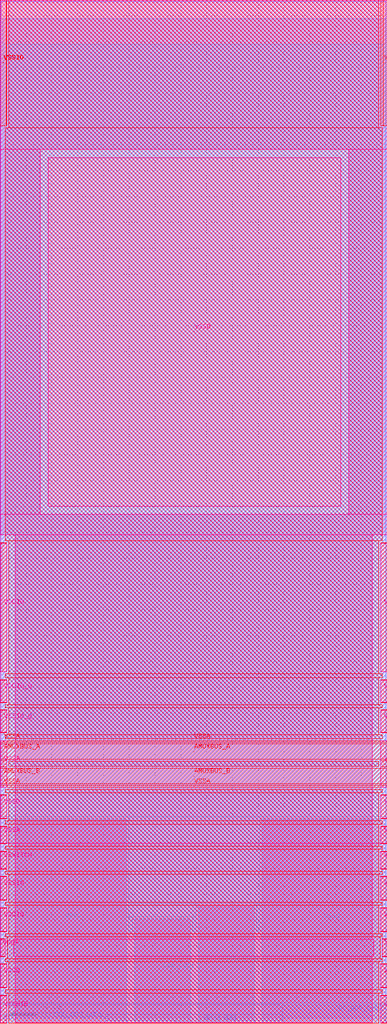
<source format=lef>
VERSION 5.7 ;
  NOWIREEXTENSIONATPIN ON ;
  DIVIDERCHAR "/" ;
  BUSBITCHARS "[]" ;
MACRO sky130_ef_io__vssd_lvc_pad
  CLASS PAD POWER ;
  FOREIGN sky130_ef_io__vssd_lvc_pad ;
  ORIGIN 0.000 0.000 ;
  SIZE 75.000 BY 197.965 ;
  PIN AMUXBUS_A
    DIRECTION INOUT ;
    USE SIGNAL ;
    PORT
      LAYER met4 ;
        RECT 0.000 51.090 75.000 54.070 ;
    END
    PORT
      LAYER met4 ;
        RECT 0.000 51.090 1.270 54.070 ;
    END
  END AMUXBUS_A
  PIN AMUXBUS_B
    DIRECTION INOUT ;
    USE SIGNAL ;
    PORT
      LAYER met4 ;
        RECT 0.000 46.330 75.000 49.310 ;
    END
    PORT
      LAYER met4 ;
        RECT 0.000 46.330 1.270 49.310 ;
    END
  END AMUXBUS_B
  PIN DRN_LVC1
    DIRECTION INOUT ;
    USE POWER ;
    PORT
      LAYER met3 ;
        RECT 26.000 -0.035 36.880 20.185 ;
    END
  END DRN_LVC1
  PIN DRN_LVC2
    DIRECTION INOUT ;
    USE POWER ;
    PORT
      LAYER met3 ;
        RECT 38.380 -0.035 49.255 22.865 ;
    END
  END DRN_LVC2
  PIN SRC_BDY_LVC1
    DIRECTION INOUT ;
    USE GROUND ;
    PORT
      LAYER met2 ;
        RECT 0.500 -0.035 20.495 1.450 ;
    END
  END SRC_BDY_LVC1
  PIN SRC_BDY_LVC2
    DIRECTION INOUT ;
    USE GROUND ;
    PORT
      LAYER met2 ;
        RECT 54.715 -0.035 74.700 3.625 ;
    END
  END SRC_BDY_LVC2
  PIN BDY2_B2B
    DIRECTION INOUT ;
    USE GROUND ;
    PORT
      LAYER met2 ;
        RECT 34.440 -0.035 44.440 0.290 ;
    END
  END BDY2_B2B
  PIN VSSA
    DIRECTION INOUT ;
    USE GROUND ;
    PORT
      LAYER met5 ;
        RECT 73.730 45.700 75.000 54.700 ;
    END
    PORT
      LAYER met5 ;
        RECT 73.730 34.805 75.000 38.050 ;
    END
    PORT
      LAYER met5 ;
        RECT 0.000 45.700 1.270 54.700 ;
    END
    PORT
      LAYER met5 ;
        RECT 0.000 34.805 1.270 38.050 ;
    END
    PORT
      LAYER met4 ;
        RECT 73.730 49.610 75.000 50.790 ;
    END
    PORT
      LAYER met4 ;
        RECT 0.000 54.370 75.000 54.700 ;
    END
    PORT
      LAYER met4 ;
        RECT 0.000 45.700 75.000 46.030 ;
    END
    PORT
      LAYER met4 ;
        RECT 73.730 34.700 75.000 38.150 ;
    END
    PORT
      LAYER met4 ;
        RECT 0.000 45.700 1.270 46.030 ;
    END
    PORT
      LAYER met4 ;
        RECT 0.000 49.610 1.270 50.790 ;
    END
    PORT
      LAYER met4 ;
        RECT 0.000 54.370 1.270 54.700 ;
    END
    PORT
      LAYER met4 ;
        RECT 0.000 34.700 1.270 38.150 ;
    END
  END VSSA
  PIN VDDA
    DIRECTION INOUT ;
    USE POWER ;
    PORT
      LAYER met5 ;
        RECT 74.035 13.000 75.000 16.250 ;
    END
    PORT
      LAYER met5 ;
        RECT 0.000 13.000 0.965 16.250 ;
    END
    PORT
      LAYER met4 ;
        RECT 74.035 12.900 75.000 16.350 ;
    END
    PORT
      LAYER met4 ;
        RECT 0.000 12.900 0.965 16.350 ;
    END
  END VDDA
  PIN VSWITCH
    DIRECTION INOUT ;
    USE POWER ;
    PORT
      LAYER met5 ;
        RECT 73.730 29.950 75.000 33.200 ;
    END
    PORT
      LAYER met5 ;
        RECT 0.000 29.950 1.270 33.200 ;
    END
    PORT
      LAYER met4 ;
        RECT 73.730 29.850 75.000 33.300 ;
    END
    PORT
      LAYER met4 ;
        RECT 0.000 29.850 1.270 33.300 ;
    END
  END VSWITCH
  PIN VDDIO_Q
    DIRECTION INOUT ;
    USE POWER ;
    PORT
      LAYER met5 ;
        RECT 73.730 62.150 75.000 66.400 ;
    END
    PORT
      LAYER met5 ;
        RECT 0.000 62.150 1.270 66.400 ;
    END
    PORT
      LAYER met4 ;
        RECT 73.730 62.050 75.000 66.500 ;
    END
    PORT
      LAYER met4 ;
        RECT 0.000 62.050 1.270 66.500 ;
    END
  END VDDIO_Q
  PIN VCCHIB
    DIRECTION INOUT ;
    USE POWER ;
    PORT
      LAYER met5 ;
        RECT 73.730 0.100 75.000 5.350 ;
    END
    PORT
      LAYER met5 ;
        RECT 0.000 0.100 1.270 5.350 ;
    END
    PORT
      LAYER met4 ;
        RECT 73.730 0.000 75.000 5.450 ;
    END
    PORT
      LAYER met4 ;
        RECT 0.000 0.000 1.270 5.450 ;
    END
  END VCCHIB
  PIN VDDIO
    DIRECTION INOUT ;
    USE POWER ;
    PORT
      LAYER met5 ;
        RECT 73.730 68.000 75.000 92.950 ;
    END
    PORT
      LAYER met5 ;
        RECT 73.730 17.850 75.000 22.300 ;
    END
    PORT
      LAYER met5 ;
        RECT 0.000 68.000 1.270 92.950 ;
    END
    PORT
      LAYER met5 ;
        RECT 0.000 17.850 1.270 22.300 ;
    END
    PORT
      LAYER met4 ;
        RECT 73.730 17.750 75.000 22.400 ;
    END
    PORT
      LAYER met4 ;
        RECT 73.730 68.000 75.000 92.965 ;
    END
    PORT
      LAYER met4 ;
        RECT 0.000 17.750 1.270 22.400 ;
    END
    PORT
      LAYER met4 ;
        RECT 0.000 68.000 1.270 92.965 ;
    END
  END VDDIO
  PIN VCCD
    DIRECTION INOUT ;
    USE POWER ;
    PORT
      LAYER met5 ;
        RECT 73.730 6.950 75.000 11.400 ;
    END
    PORT
      LAYER met5 ;
        RECT 0.000 6.950 1.270 11.400 ;
    END
    PORT
      LAYER met4 ;
        RECT 73.730 6.850 75.000 11.500 ;
    END
    PORT
      LAYER met4 ;
        RECT 0.000 6.850 1.270 11.500 ;
    END
  END VCCD
  PIN VSSIO
    DIRECTION INOUT ;
    USE GROUND ;
    PORT
      LAYER met4 ;
        RECT 74.225 173.750 75.000 197.965 ;
    END
    PORT
      LAYER met4 ;
        RECT 0.000 173.750 1.205 197.965 ;
    END
    PORT
      LAYER met5 ;
        RECT 73.730 23.900 75.000 28.350 ;
    END
    PORT
      LAYER met5 ;
        RECT 0.000 23.900 1.270 28.350 ;
    END
    PORT
      LAYER met4 ;
        RECT 73.730 23.800 75.000 28.450 ;
    END
    PORT
      LAYER met4 ;
        RECT 73.730 173.750 75.000 197.965 ;
    END
    PORT
      LAYER met4 ;
        RECT 0.000 173.750 1.270 197.965 ;
    END
    PORT
      LAYER met4 ;
        RECT 0.000 23.800 1.270 28.450 ;
    END
  END VSSIO
  PIN VSSD
    DIRECTION INOUT ;
    USE GROUND ;
    PORT
      LAYER met5 ;
        RECT 9.315 100.105 65.955 167.535 ;
    END
    PORT
      LAYER met3 ;
        RECT 50.755 -0.035 74.700 39.565 ;
    END
    PORT
      LAYER met3 ;
        RECT 0.500 -0.035 24.500 39.565 ;
    END
    PORT
      LAYER met5 ;
        RECT 73.730 39.650 75.000 44.100 ;
    END
    PORT
      LAYER met5 ;
        RECT 0.000 39.650 1.270 44.100 ;
    END
    PORT
      LAYER met4 ;
        RECT 73.730 39.550 75.000 44.200 ;
    END
    PORT
      LAYER met4 ;
        RECT 0.000 39.550 1.270 44.200 ;
    END
  END VSSD
  PIN VSSIO_Q
    DIRECTION INOUT ;
    USE GROUND ;
    PORT
      LAYER met5 ;
        RECT 73.730 56.300 75.000 60.550 ;
    END
    PORT
      LAYER met5 ;
        RECT 0.000 56.300 1.270 60.550 ;
    END
    PORT
      LAYER met4 ;
        RECT 73.730 56.200 75.000 60.650 ;
    END
    PORT
      LAYER met4 ;
        RECT 0.000 56.200 1.270 60.650 ;
    END
  END VSSIO_Q
  OBS
      LAYER li1 ;
        RECT 0.240 0.985 74.755 197.745 ;
      LAYER met1 ;
        RECT 0.120 0.000 74.785 197.805 ;
        RECT 16.655 -0.035 25.635 0.000 ;
        POLYGON 25.635 0.000 25.670 0.000 25.635 -0.035 ;
        RECT 26.210 -0.035 27.700 0.000 ;
        POLYGON 28.235 0.000 28.270 0.000 28.270 -0.035 ;
        RECT 28.270 -0.035 56.565 0.000 ;
      LAYER met2 ;
        RECT 0.500 3.905 74.700 194.395 ;
        RECT 0.500 3.625 54.435 3.905 ;
        RECT 0.500 1.730 54.715 3.625 ;
        RECT 20.775 0.570 54.715 1.730 ;
        RECT 20.775 0.005 34.160 0.570 ;
        RECT 44.720 0.005 54.715 0.570 ;
        RECT 20.775 0.000 34.440 0.005 ;
        RECT 20.925 -0.035 34.440 0.000 ;
        RECT 44.440 0.000 54.715 0.005 ;
        RECT 44.440 -0.035 53.535 0.000 ;
        RECT 54.095 -0.035 54.715 0.000 ;
      LAYER met3 ;
        RECT 0.500 39.965 74.700 189.480 ;
        RECT 24.900 23.265 50.355 39.965 ;
        RECT 24.900 20.585 37.980 23.265 ;
        RECT 24.900 17.755 25.600 20.585 ;
        RECT 37.280 17.755 37.980 20.585 ;
        RECT 49.655 17.755 50.355 23.265 ;
      LAYER met4 ;
        RECT 1.670 173.350 73.330 197.965 ;
        RECT 0.965 93.365 74.035 173.350 ;
        RECT 1.670 67.600 73.330 93.365 ;
        RECT 0.965 66.900 74.035 67.600 ;
        RECT 1.670 61.650 73.330 66.900 ;
        RECT 0.965 61.050 74.035 61.650 ;
        RECT 1.670 55.800 73.330 61.050 ;
        RECT 0.965 55.100 74.035 55.800 ;
        RECT 1.670 49.710 73.330 50.690 ;
        RECT 0.965 44.600 74.035 45.300 ;
        RECT 1.670 39.150 73.330 44.600 ;
        RECT 0.965 38.550 74.035 39.150 ;
        RECT 1.670 34.300 73.330 38.550 ;
        RECT 0.965 33.700 74.035 34.300 ;
        RECT 1.670 29.450 73.330 33.700 ;
        RECT 0.965 28.850 74.035 29.450 ;
        RECT 1.670 23.400 73.330 28.850 ;
        RECT 0.965 22.800 74.035 23.400 ;
        RECT 1.670 17.350 73.330 22.800 ;
        RECT 0.965 16.750 74.035 17.350 ;
        RECT 1.365 12.500 73.635 16.750 ;
        RECT 0.965 11.900 74.035 12.500 ;
        RECT 1.670 6.450 73.330 11.900 ;
        RECT 0.965 5.850 74.035 6.450 ;
        RECT 1.670 0.000 73.330 5.850 ;
      LAYER met5 ;
        RECT 0.000 169.135 75.000 197.965 ;
        RECT 0.000 98.505 7.715 169.135 ;
        RECT 67.555 98.505 75.000 169.135 ;
        RECT 0.000 94.550 75.000 98.505 ;
        RECT 2.870 34.805 72.130 94.550 ;
        RECT 0.000 34.800 75.000 34.805 ;
        RECT 2.870 16.250 72.130 34.800 ;
        RECT 2.565 13.000 72.435 16.250 ;
        RECT 2.870 0.100 72.130 13.000 ;
  END
END sky130_ef_io__vssd_lvc_pad
END LIBRARY


</source>
